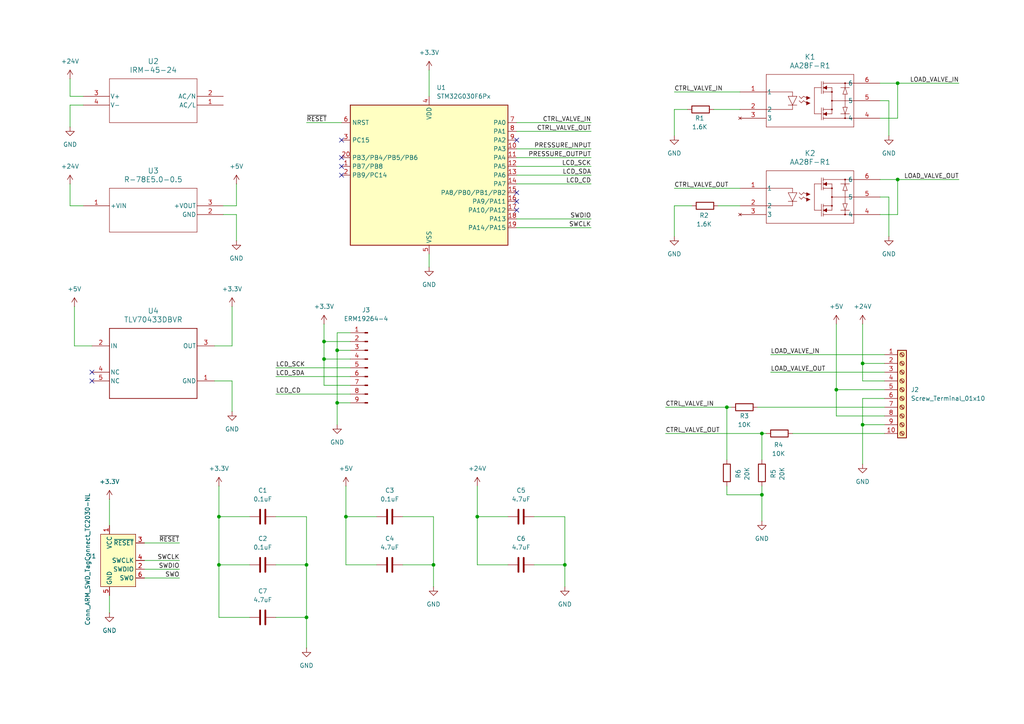
<source format=kicad_sch>
(kicad_sch (version 20250114) (generator "eeschema") (generator_version "9.0")
  (paper "A4")
  (lib_symbols
    (symbol "Connector:Conn_01x09_Pin" (pin_names (offset 1.016) (hide yes))
      (property "Reference" "J" (at 0 12.7 0))
      (property "Value" "Conn_01x09_Pin" (at 0 -12.7 0))
      (symbol "Conn_01x09_Pin_1_1"
        (rectangle (start 0.8636 10.287) (end 0 10.033) (stroke (width 0.1524)) (fill (type outline)))
        (rectangle (start 0.8636 7.747) (end 0 7.493) (stroke (width 0.1524)) (fill (type outline)))
        (rectangle (start 0.8636 5.207) (end 0 4.953) (stroke (width 0.1524)) (fill (type outline)))
        (rectangle (start 0.8636 2.667) (end 0 2.413) (stroke (width 0.1524)) (fill (type outline)))
        (rectangle (start 0.8636 0.127) (end 0 -0.127) (stroke (width 0.1524)) (fill (type outline)))
        (rectangle (start 0.8636 -2.413) (end 0 -2.667) (stroke (width 0.1524)) (fill (type outline)))
        (rectangle (start 0.8636 -4.953) (end 0 -5.207) (stroke (width 0.1524)) (fill (type outline)))
        (rectangle (start 0.8636 -7.493) (end 0 -7.747) (stroke (width 0.1524)) (fill (type outline)))
        (rectangle (start 0.8636 -10.033) (end 0 -10.287) (stroke (width 0.1524)) (fill (type outline)))
        (polyline (pts (xy 1.27 10.16) (xy 0.8636 10.16)) (stroke (width 0.1524)))
        (polyline (pts (xy 1.27 7.62) (xy 0.8636 7.62)) (stroke (width 0.1524)))
        (polyline (pts (xy 1.27 5.08) (xy 0.8636 5.08)) (stroke (width 0.1524)))
        (polyline (pts (xy 1.27 2.54) (xy 0.8636 2.54)) (stroke (width 0.1524)))
        (polyline (pts (xy 1.27 0) (xy 0.8636 0)) (stroke (width 0.1524)))
        (polyline (pts (xy 1.27 -2.54) (xy 0.8636 -2.54)) (stroke (width 0.1524)))
        (polyline (pts (xy 1.27 -5.08) (xy 0.8636 -5.08)) (stroke (width 0.1524)))
        (polyline (pts (xy 1.27 -7.62) (xy 0.8636 -7.62)) (stroke (width 0.1524)))
        (polyline (pts (xy 1.27 -10.16) (xy 0.8636 -10.16)) (stroke (width 0.1524)))
        (pin passive line (at 5.08 10.16 180) (length 3.81) (name "Pin_1") (number "1"))
        (pin passive line (at 5.08 7.62 180) (length 3.81) (name "Pin_2") (number "2"))
        (pin passive line (at 5.08 5.08 180) (length 3.81) (name "Pin_3") (number "3"))
        (pin passive line (at 5.08 2.54 180) (length 3.81) (name "Pin_4") (number "4"))
        (pin passive line (at 5.08 0 180) (length 3.81) (name "Pin_5") (number "5"))
        (pin passive line (at 5.08 -2.54 180) (length 3.81) (name "Pin_6") (number "6"))
        (pin passive line (at 5.08 -5.08 180) (length 3.81) (name "Pin_7") (number "7"))
        (pin passive line (at 5.08 -7.62 180) (length 3.81) (name "Pin_8") (number "8"))
        (pin passive line (at 5.08 -10.16 180) (length 3.81) (name "Pin_9") (number "9"))
      )
    )
    (symbol "Connector:Conn_ARM_SWD_TagConnect_TC2030-NL" (in_bom no)
      (property "Reference" "J" (at 2.54 11.43 0))
      (property "Value" "Conn_ARM_SWD_TagConnect_TC2030-NL" (at 2.54 8.89 0))
      (symbol "Conn_ARM_SWD_TagConnect_TC2030-NL_0_0"
        (pin power_in line (at -2.54 10.16 270) (length 2.54) (name "VCC") (number "1"))
        (pin power_in line (at -2.54 -10.16 90) (length 2.54) (name "GND") (number "5"))
        (pin open_collector line (at 7.62 5.08 180) (length 2.54) (name "~{RESET}") (number "3"))
        (pin output line (at 7.62 0 180) (length 2.54) (name "SWCLK") (number "4"))
        (pin bidirectional line (at 7.62 -2.54 180) (length 2.54) (name "SWDIO") (number "2"))
        (pin input line (at 7.62 -5.08 180) (length 2.54) (name "SWO") (number "6"))
      )
      (symbol "Conn_ARM_SWD_TagConnect_TC2030-NL_0_1"
        (rectangle (start -5.08 7.62) (end 5.08 -7.62) (fill (type background)))
      )
    )
    (symbol "Connector:Screw_Terminal_01x10" (pin_names (offset 1.016) (hide yes))
      (property "Reference" "J" (at 0 12.7 0))
      (property "Value" "Screw_Terminal_01x10" (at 0 -15.24 0))
      (symbol "Screw_Terminal_01x10_1_1"
        (rectangle (start -1.27 11.43) (end 1.27 -13.97) (stroke (width 0.254)) (fill (type background)))
        (polyline (pts (xy -0.5334 10.4902) (xy 0.3302 9.652)) (stroke (width 0.1524)))
        (polyline (pts (xy -0.5334 7.9502) (xy 0.3302 7.112)) (stroke (width 0.1524)))
        (polyline (pts (xy -0.5334 5.4102) (xy 0.3302 4.572)) (stroke (width 0.1524)))
        (polyline (pts (xy -0.5334 2.8702) (xy 0.3302 2.032)) (stroke (width 0.1524)))
        (polyline (pts (xy -0.5334 0.3302) (xy 0.3302 -0.508)) (stroke (width 0.1524)))
        (polyline (pts (xy -0.5334 -2.2098) (xy 0.3302 -3.048)) (stroke (width 0.1524)))
        (polyline (pts (xy -0.5334 -4.7498) (xy 0.3302 -5.588)) (stroke (width 0.1524)))
        (polyline (pts (xy -0.5334 -7.2898) (xy 0.3302 -8.128)) (stroke (width 0.1524)))
        (polyline (pts (xy -0.5334 -9.8298) (xy 0.3302 -10.668)) (stroke (width 0.1524)))
        (polyline (pts (xy -0.5334 -12.3698) (xy 0.3302 -13.208)) (stroke (width 0.1524)))
        (polyline (pts (xy -0.3556 10.668) (xy 0.508 9.8298)) (stroke (width 0.1524)))
        (polyline (pts (xy -0.3556 8.128) (xy 0.508 7.2898)) (stroke (width 0.1524)))
        (polyline (pts (xy -0.3556 5.588) (xy 0.508 4.7498)) (stroke (width 0.1524)))
        (polyline (pts (xy -0.3556 3.048) (xy 0.508 2.2098)) (stroke (width 0.1524)))
        (polyline (pts (xy -0.3556 0.508) (xy 0.508 -0.3302)) (stroke (width 0.1524)))
        (polyline (pts (xy -0.3556 -2.032) (xy 0.508 -2.8702)) (stroke (width 0.1524)))
        (polyline (pts (xy -0.3556 -4.572) (xy 0.508 -5.4102)) (stroke (width 0.1524)))
        (polyline (pts (xy -0.3556 -7.112) (xy 0.508 -7.9502)) (stroke (width 0.1524)))
        (polyline (pts (xy -0.3556 -9.652) (xy 0.508 -10.4902)) (stroke (width 0.1524)))
        (polyline (pts (xy -0.3556 -12.192) (xy 0.508 -13.0302)) (stroke (width 0.1524)))
        (circle (center 0 10.16) (radius 0.635) (stroke (width 0.1524)))
        (circle (center 0 7.62) (radius 0.635) (stroke (width 0.1524)))
        (circle (center 0 5.08) (radius 0.635) (stroke (width 0.1524)))
        (circle (center 0 2.54) (radius 0.635) (stroke (width 0.1524)))
        (circle (center 0 0) (radius 0.635) (stroke (width 0.1524)))
        (circle (center 0 -2.54) (radius 0.635) (stroke (width 0.1524)))
        (circle (center 0 -5.08) (radius 0.635) (stroke (width 0.1524)))
        (circle (center 0 -7.62) (radius 0.635) (stroke (width 0.1524)))
        (circle (center 0 -10.16) (radius 0.635) (stroke (width 0.1524)))
        (circle (center 0 -12.7) (radius 0.635) (stroke (width 0.1524)))
        (pin passive line (at -5.08 10.16 0) (length 3.81) (name "Pin_1") (number "1"))
        (pin passive line (at -5.08 7.62 0) (length 3.81) (name "Pin_2") (number "2"))
        (pin passive line (at -5.08 5.08 0) (length 3.81) (name "Pin_3") (number "3"))
        (pin passive line (at -5.08 2.54 0) (length 3.81) (name "Pin_4") (number "4"))
        (pin passive line (at -5.08 0 0) (length 3.81) (name "Pin_5") (number "5"))
        (pin passive line (at -5.08 -2.54 0) (length 3.81) (name "Pin_6") (number "6"))
        (pin passive line (at -5.08 -5.08 0) (length 3.81) (name "Pin_7") (number "7"))
        (pin passive line (at -5.08 -7.62 0) (length 3.81) (name "Pin_8") (number "8"))
        (pin passive line (at -5.08 -10.16 0) (length 3.81) (name "Pin_9") (number "9"))
        (pin passive line (at -5.08 -12.7 0) (length 3.81) (name "Pin_10") (number "10"))
      )
    )
    (symbol "Device:C" (pin_numbers (hide yes)) (pin_names (offset 0.254))
      (property "Reference" "C" (at 0.635 2.54 0))
      (property "Value" "C" (at 0.635 -2.54 0))
      (symbol "C_0_1"
        (polyline (pts (xy -2.032 0.762) (xy 2.032 0.762)) (stroke (width 0.508)))
        (polyline (pts (xy -2.032 -0.762) (xy 2.032 -0.762)) (stroke (width 0.508)))
      )
      (symbol "C_1_1"
        (pin passive line (at 0 3.81 270) (length 2.794) (name "~") (number "1"))
        (pin passive line (at 0 -3.81 90) (length 2.794) (name "~") (number "2"))
      )
    )
    (symbol "Device:R" (pin_numbers (hide yes)) (pin_names (offset 0))
      (property "Reference" "R" (at 2.032 0 90))
      (property "Value" "R" (at 0 0 90))
      (symbol "R_0_1"
        (rectangle (start -1.016 -2.54) (end 1.016 2.54) (stroke (width 0.254)))
      )
      (symbol "R_1_1"
        (pin passive line (at 0 3.81 270) (length 1.27) (name "~") (number "1"))
        (pin passive line (at 0 -3.81 90) (length 1.27) (name "~") (number "2"))
      )
    )
    (symbol "MCU_ST_STM32G0:STM32G030F6Px"
      (property "Reference" "U" (at -22.86 21.59 0))
      (property "Value" "STM32G030F6Px" (at 2.54 21.59 0))
      (symbol "STM32G030F6Px_0_1"
        (rectangle (start -22.86 -20.32) (end 22.86 20.32) (stroke (width 0.254)) (fill (type background)))
      )
      (symbol "STM32G030F6Px_1_1"
        (pin input line (at -25.4 15.24 0) (length 2.54) (name "NRST") (number "6"))
        (pin bidirectional line (at -25.4 10.16 0) (length 2.54) (name "PC15") (number "3"))
        (pin bidirectional line (at -25.4 5.08 0) (length 2.54) (name "PB3/PB4/PB5/PB6") (number "20"))
        (pin bidirectional line (at -25.4 2.54 0) (length 2.54) (name "PB7/PB8") (number "1"))
        (pin bidirectional line (at -25.4 0 0) (length 2.54) (name "PB9/PC14") (number "2"))
        (pin power_in line (at 0 22.86 270) (length 2.54) (name "VDD") (number "4"))
        (pin power_in line (at 0 -22.86 90) (length 2.54) (name "VSS") (number "5"))
        (pin bidirectional line (at 25.4 15.24 180) (length 2.54) (name "PA0") (number "7"))
        (pin bidirectional line (at 25.4 12.7 180) (length 2.54) (name "PA1") (number "8"))
        (pin bidirectional line (at 25.4 10.16 180) (length 2.54) (name "PA2") (number "9"))
        (pin bidirectional line (at 25.4 7.62 180) (length 2.54) (name "PA3") (number "10"))
        (pin bidirectional line (at 25.4 5.08 180) (length 2.54) (name "PA4") (number "11"))
        (pin bidirectional line (at 25.4 2.54 180) (length 2.54) (name "PA5") (number "12"))
        (pin bidirectional line (at 25.4 0 180) (length 2.54) (name "PA6") (number "13"))
        (pin bidirectional line (at 25.4 -2.54 180) (length 2.54) (name "PA7") (number "14"))
        (pin bidirectional line (at 25.4 -5.08 180) (length 2.54) (name "PA8/PB0/PB1/PB2") (number "15"))
        (pin bidirectional line (at 25.4 -7.62 180) (length 2.54) (name "PA9/PA11") (number "16"))
        (pin bidirectional line (at 25.4 -10.16 180) (length 2.54) (name "PA10/PA12") (number "17"))
        (pin bidirectional line (at 25.4 -12.7 180) (length 2.54) (name "PA13") (number "18"))
        (pin bidirectional line (at 25.4 -15.24 180) (length 2.54) (name "PA14/PA15") (number "19"))
      )
    )
    (symbol "NitrogenGenerator:AA28F-R1" (pin_names (offset 0.254))
      (property "Reference" "K" (at 20.32 10.16 0))
      (property "Value" "AA28F-R1" (at 20.32 7.62 0))
      (symbol "AA28F-R1_0_1"
        (polyline (pts (xy 7.62 5.08) (xy 7.62 -10.16)) (stroke (width 0.127)))
        (polyline (pts (xy 7.62 0) (xy 15.24 0)) (stroke (width 0.127)))
        (polyline (pts (xy 7.62 -5.08) (xy 15.24 -5.08)) (stroke (width 0.127)))
        (polyline (pts (xy 7.62 -10.16) (xy 33.02 -10.16)) (stroke (width 0.127)))
        (polyline (pts (xy 13.97 -1.27) (xy 16.51 -1.27)) (stroke (width 0.127)))
        (polyline (pts (xy 13.97 -3.81) (xy 16.51 -3.81)) (stroke (width 0.127)))
        (polyline (pts (xy 15.24 -1.27) (xy 15.24 0)) (stroke (width 0.127)))
        (polyline (pts (xy 15.24 -3.81) (xy 13.97 -1.27)) (stroke (width 0.127)))
        (polyline (pts (xy 15.24 -3.81) (xy 15.24 -5.08)) (stroke (width 0.127)))
        (polyline (pts (xy 16.51 -1.27) (xy 15.24 -3.81)) (stroke (width 0.127)))
        (polyline (pts (xy 17.78 -1.905) (xy 17.145 -1.27)) (stroke (width 0.127)))
        (polyline (pts (xy 17.78 -3.175) (xy 17.145 -2.54)) (stroke (width 0.127)))
        (polyline (pts (xy 18.415 -1.27) (xy 17.78 -1.905)) (stroke (width 0.127)))
        (polyline (pts (xy 18.415 -1.27) (xy 19.558 -1.778)) (stroke (width 0.127)))
        (polyline (pts (xy 18.415 -2.54) (xy 17.78 -3.175)) (stroke (width 0.127)))
        (polyline (pts (xy 18.415 -2.54) (xy 19.558 -3.302)) (stroke (width 0.127)))
        (polyline (pts (xy 20.32 -1.778) (xy 19.304 -1.27) (xy 19.304 -2.286)) (fill (type outline)))
        (polyline (pts (xy 20.32 -3.302) (xy 19.304 -2.794) (xy 19.304 -3.81)) (fill (type outline)))
        (polyline (pts (xy 21.59 1.27) (xy 21.59 -6.35)) (stroke (width 0.127)))
        (polyline (pts (xy 21.59 1.27) (xy 23.622 1.27)) (stroke (width 0.127)))
        (polyline (pts (xy 21.59 -6.35) (xy 23.622 -6.35)) (stroke (width 0.127)))
        (polyline (pts (xy 23.622 3.048) (xy 23.622 -0.508)) (stroke (width 0.127)))
        (polyline (pts (xy 23.622 -4.572) (xy 23.622 -8.128)) (stroke (width 0.127)))
        (polyline (pts (xy 24.13 3.048) (xy 24.13 2.032)) (stroke (width 0.127)))
        (polyline (pts (xy 24.13 2.54) (xy 33.02 2.54)) (stroke (width 0.127)))
        (polyline (pts (xy 24.13 1.778) (xy 24.13 0.762)) (stroke (width 0.127)))
        (polyline (pts (xy 24.13 1.27) (xy 25.146 0.762) (xy 25.146 1.778)) (fill (type outline)))
        (polyline (pts (xy 24.13 0.508) (xy 24.13 -0.508)) (stroke (width 0.127)))
        (polyline (pts (xy 24.13 0) (xy 26.67 0)) (stroke (width 0.127)))
        (polyline (pts (xy 24.13 -4.572) (xy 24.13 -5.588)) (stroke (width 0.127)))
        (polyline (pts (xy 24.13 -5.08) (xy 26.67 -5.08)) (stroke (width 0.127)))
        (polyline (pts (xy 24.13 -5.842) (xy 24.13 -6.858)) (stroke (width 0.127)))
        (polyline (pts (xy 24.13 -6.35) (xy 25.146 -6.858) (xy 25.146 -5.842)) (fill (type outline)))
        (polyline (pts (xy 24.13 -7.112) (xy 24.13 -8.128)) (stroke (width 0.127)))
        (polyline (pts (xy 24.638 1.27) (xy 26.67 1.27)) (stroke (width 0.127)))
        (polyline (pts (xy 26.67 1.27) (xy 26.67 -6.35)) (stroke (width 0.127)))
        (circle (center 26.67 0) (radius 0.127) (stroke (width 0.254)))
        (polyline (pts (xy 26.67 -2.54) (xy 33.02 -2.54)) (stroke (width 0.127)))
        (circle (center 26.67 -2.54) (radius 0.127) (stroke (width 0.254)))
        (circle (center 26.67 -5.08) (radius 0.127) (stroke (width 0.254)))
        (polyline (pts (xy 26.67 -6.35) (xy 24.384 -6.35)) (stroke (width 0.127)))
        (polyline (pts (xy 29.21 1.27) (xy 31.75 1.27)) (stroke (width 0.127)))
        (polyline (pts (xy 29.21 -6.35) (xy 31.75 -6.35)) (stroke (width 0.127)))
        (polyline (pts (xy 30.48 2.54) (xy 30.48 1.27)) (stroke (width 0.127)))
        (circle (center 30.48 2.54) (radius 0.127) (stroke (width 0.254)))
        (polyline (pts (xy 30.48 1.27) (xy 29.845 -0.635)) (stroke (width 0.127)))
        (polyline (pts (xy 30.48 1.27) (xy 31.115 -0.635)) (stroke (width 0.127)))
        (polyline (pts (xy 30.48 -0.635) (xy 30.48 -2.54)) (stroke (width 0.127)))
        (polyline (pts (xy 30.48 -4.445) (xy 30.48 -2.54)) (stroke (width 0.127)))
        (polyline (pts (xy 30.48 -6.35) (xy 29.845 -4.445)) (stroke (width 0.127)))
        (polyline (pts (xy 30.48 -6.35) (xy 31.115 -4.445)) (stroke (width 0.127)))
        (polyline (pts (xy 30.48 -7.62) (xy 30.48 -6.35)) (stroke (width 0.127)))
        (circle (center 30.48 -7.62) (radius 0.127) (stroke (width 0.254)))
        (polyline (pts (xy 31.115 -0.635) (xy 29.845 -0.635)) (stroke (width 0.127)))
        (polyline (pts (xy 31.115 -4.445) (xy 29.845 -4.445)) (stroke (width 0.127)))
        (polyline (pts (xy 33.02 5.08) (xy 7.62 5.08)) (stroke (width 0.127)))
        (polyline (pts (xy 33.02 -7.62) (xy 24.13 -7.62)) (stroke (width 0.127)))
        (polyline (pts (xy 33.02 -10.16) (xy 33.02 5.08)) (stroke (width 0.127)))
        (pin unspecified line (at 0 0 0) (length 7.62) (name "1") (number "1"))
        (pin unspecified line (at 0 -5.08 0) (length 7.62) (name "2") (number "2"))
        (pin no_connect line (at 0 -7.62 0) (length 7.62) (name "3") (number "3"))
        (pin unspecified line (at 40.64 2.54 180) (length 7.62) (name "6") (number "6"))
        (pin unspecified line (at 40.64 -2.54 180) (length 7.62) (name "5") (number "5"))
        (pin unspecified line (at 40.64 -7.62 180) (length 7.62) (name "4") (number "4"))
      )
    )
    (symbol "NitrogenGenerator:IRM-45-12" (pin_names (offset 0.254))
      (property "Reference" "U" (at 20.32 10.16 0))
      (property "Value" "IRM-45-24" (at 20.32 7.62 0))
      (symbol "IRM-45-12_0_1"
        (polyline (pts (xy 7.62 5.08) (xy 7.62 -7.62)) (stroke (width 0.127)))
        (polyline (pts (xy 7.62 -7.62) (xy 33.02 -7.62)) (stroke (width 0.127)))
        (polyline (pts (xy 33.02 5.08) (xy 7.62 5.08)) (stroke (width 0.127)))
        (polyline (pts (xy 33.02 -7.62) (xy 33.02 5.08)) (stroke (width 0.127)))
        (pin unspecified line (at 0 0 0) (length 7.62) (name "AC/L") (number "1"))
        (pin unspecified line (at 0 -2.54 0) (length 7.62) (name "AC/N") (number "2"))
        (pin power_in line (at 40.64 0 180) (length 7.62) (name "V-") (number "4"))
        (pin power_in line (at 40.64 -2.54 180) (length 7.62) (name "V+") (number "3"))
      )
    )
    (symbol "NitrogenGenerator:R-78E5.0-0.5" (pin_names (offset 0.254))
      (property "Reference" "U" (at 20.32 10.16 0))
      (property "Value" "R-78E5.0-0.5" (at 20.32 7.62 0))
      (symbol "R-78E5.0-0.5_0_1"
        (polyline (pts (xy 7.62 5.08) (xy 7.62 -7.62)) (stroke (width 0.127)))
        (polyline (pts (xy 7.62 -7.62) (xy 33.02 -7.62)) (stroke (width 0.127)))
        (polyline (pts (xy 33.02 5.08) (xy 7.62 5.08)) (stroke (width 0.127)))
        (polyline (pts (xy 33.02 -7.62) (xy 33.02 5.08)) (stroke (width 0.127)))
        (pin power_in line (at 0 0 0) (length 7.62) (name "+VIN") (number "1"))
        (pin power_in line (at 40.64 0 180) (length 7.62) (name "+VOUT") (number "3"))
        (pin power_out line (at 40.64 -2.54 180) (length 7.62) (name "GND") (number "2"))
      )
    )
    (symbol "NitrogenGenerator:TLV70433DBVR" (pin_names (offset 0.254))
      (property "Reference" "U" (at 0 2.54 0))
      (property "Value" "TLV70433DBVR" (at 0 0 0))
      (symbol "TLV70433DBVR_0_1"
        (polyline (pts (xy -12.7 10.16) (xy -12.7 -10.16)) (stroke (width 0.2032)))
        (polyline (pts (xy -12.7 -10.16) (xy 12.7 -10.16)) (stroke (width 0.2032)))
        (polyline (pts (xy 12.7 10.16) (xy -12.7 10.16)) (stroke (width 0.2032)))
        (polyline (pts (xy 12.7 -10.16) (xy 12.7 10.16)) (stroke (width 0.2032)))
        (pin power_in line (at -17.78 5.08 0) (length 5.08) (name "IN") (number "2"))
        (pin unspecified line (at -17.78 -2.54 0) (length 5.08) (name "NC") (number "4"))
        (pin unspecified line (at -17.78 -5.08 0) (length 5.08) (name "NC") (number "5"))
        (pin power_in line (at 17.78 5.08 180) (length 5.08) (name "OUT") (number "3"))
        (pin power_in line (at 17.78 -5.08 180) (length 5.08) (name "GND") (number "1"))
      )
    )
    (symbol "power:+24V" (power) (pin_numbers (hide yes)) (pin_names (offset 0) (hide yes))
      (property "Value" "+24V" (at 0 3.556 0))
      (symbol "+24V_0_1"
        (polyline (pts (xy -0.762 1.27) (xy 0 2.54)))
        (polyline (pts (xy 0 2.54) (xy 0.762 1.27)))
        (polyline (pts (xy 0 0) (xy 0 2.54)))
      )
      (symbol "+24V_1_1"
        (pin power_in line (at 0 0 90) (length 0) (name "~") (number "1"))
      )
    )
    (symbol "power:+3.3V" (power) (pin_numbers (hide yes)) (pin_names (offset 0) (hide yes))
      (property "Value" "+3.3V" (at 0 3.556 0))
      (symbol "+3.3V_0_1"
        (polyline (pts (xy -0.762 1.27) (xy 0 2.54)))
        (polyline (pts (xy 0 2.54) (xy 0.762 1.27)))
        (polyline (pts (xy 0 0) (xy 0 2.54)))
      )
      (symbol "+3.3V_1_1"
        (pin power_in line (at 0 0 90) (length 0) (name "~") (number "1"))
      )
    )
    (symbol "power:+5V" (power) (pin_numbers (hide yes)) (pin_names (offset 0) (hide yes))
      (property "Value" "+5V" (at 0 3.556 0))
      (symbol "+5V_0_1"
        (polyline (pts (xy -0.762 1.27) (xy 0 2.54)))
        (polyline (pts (xy 0 2.54) (xy 0.762 1.27)))
        (polyline (pts (xy 0 0) (xy 0 2.54)))
      )
      (symbol "+5V_1_1"
        (pin power_in line (at 0 0 90) (length 0) (name "~") (number "1"))
      )
    )
    (symbol "power:GND" (power) (pin_numbers (hide yes)) (pin_names (offset 0) (hide yes))
      (property "Value" "GND" (at 0 -3.81 0))
      (symbol "GND_0_1"
        (polyline (pts (xy 0 0) (xy 0 -1.27) (xy 1.27 -1.27) (xy 0 -2.54) (xy -1.27 -1.27) (xy 0 -1.27)))
      )
      (symbol "GND_1_1"
        (pin power_in line (at 0 0 270) (length 0) (name "~") (number "1"))
      )
    )
  )
  (junction (at 88.9 179.07))
  (junction (at 93.98 104.14))
  (junction (at 63.5 163.83))
  (junction (at 100.33 149.86))
  (junction (at 220.98 143.51))
  (junction (at 97.79 101.6))
  (junction (at 63.5 149.86))
  (junction (at 97.79 116.84))
  (junction (at 93.98 99.06))
  (junction (at 88.9 163.83))
  (junction (at 210.82 118.11))
  (junction (at 250.19 123.19))
  (junction (at 125.73 163.83))
  (junction (at 242.57 113.03))
  (junction (at 163.83 163.83))
  (junction (at 260.35 52.07))
  (junction (at 260.35 24.13))
  (junction (at 250.19 105.41))
  (junction (at 220.98 125.73))
  (junction (at 138.43 149.86))
  (no_connect (at 149.86 58.42))
  (no_connect (at 99.06 45.72))
  (no_connect (at 26.67 107.95))
  (no_connect (at 149.86 40.64))
  (no_connect (at 99.06 50.8))
  (no_connect (at 99.06 40.64))
  (no_connect (at 149.86 55.88))
  (no_connect (at 99.06 48.26))
  (no_connect (at 26.67 110.49))
  (no_connect (at 149.86 60.96))
  (wire (pts (xy 88.9 149.86) (xy 88.9 163.83)))
  (wire (pts (xy 41.91 167.64) (xy 52.07 167.64)))
  (wire (pts (xy 149.86 66.04) (xy 171.45 66.04)))
  (wire (pts (xy 220.98 143.51) (xy 220.98 151.13)))
  (wire (pts (xy 138.43 149.86) (xy 147.32 149.86)))
  (wire (pts (xy 88.9 35.56) (xy 99.06 35.56)))
  (wire (pts (xy 260.35 34.29) (xy 260.35 24.13)))
  (wire (pts (xy 256.54 120.65) (xy 242.57 120.65)))
  (wire (pts (xy 147.32 163.83) (xy 138.43 163.83)))
  (wire (pts (xy 163.83 149.86) (xy 163.83 163.83)))
  (wire (pts (xy 260.35 24.13) (xy 278.13 24.13)))
  (wire (pts (xy 63.5 149.86) (xy 72.39 149.86)))
  (wire (pts (xy 21.59 88.9) (xy 21.59 100.33)))
  (wire (pts (xy 149.86 63.5) (xy 171.45 63.5)))
  (wire (pts (xy 24.13 59.69) (xy 20.32 59.69)))
  (wire (pts (xy 88.9 163.83) (xy 88.9 179.07)))
  (wire (pts (xy 208.28 59.69) (xy 214.63 59.69)))
  (wire (pts (xy 255.27 62.23) (xy 260.35 62.23)))
  (wire (pts (xy 256.54 125.73) (xy 229.87 125.73)))
  (wire (pts (xy 88.9 179.07) (xy 88.9 187.96)))
  (wire (pts (xy 149.86 53.34) (xy 171.45 53.34)))
  (wire (pts (xy 63.5 163.83) (xy 63.5 149.86)))
  (wire (pts (xy 255.27 57.15) (xy 257.81 57.15)))
  (wire (pts (xy 256.54 115.57) (xy 250.19 115.57)))
  (wire (pts (xy 68.58 62.23) (xy 68.58 69.85)))
  (wire (pts (xy 93.98 99.06) (xy 101.6 99.06)))
  (wire (pts (xy 210.82 140.97) (xy 210.82 143.51)))
  (wire (pts (xy 242.57 120.65) (xy 242.57 113.03)))
  (wire (pts (xy 149.86 38.1) (xy 171.45 38.1)))
  (wire (pts (xy 256.54 105.41) (xy 250.19 105.41)))
  (wire (pts (xy 250.19 93.98) (xy 250.19 105.41)))
  (wire (pts (xy 138.43 163.83) (xy 138.43 149.86)))
  (wire (pts (xy 64.77 62.23) (xy 68.58 62.23)))
  (wire (pts (xy 149.86 50.8) (xy 171.45 50.8)))
  (wire (pts (xy 193.04 125.73) (xy 220.98 125.73)))
  (wire (pts (xy 62.23 110.49) (xy 67.31 110.49)))
  (wire (pts (xy 199.39 31.75) (xy 195.58 31.75)))
  (wire (pts (xy 125.73 149.86) (xy 125.73 163.83)))
  (wire (pts (xy 193.04 118.11) (xy 210.82 118.11)))
  (wire (pts (xy 24.13 27.94) (xy 20.32 27.94)))
  (wire (pts (xy 26.67 100.33) (xy 21.59 100.33)))
  (wire (pts (xy 154.94 149.86) (xy 163.83 149.86)))
  (wire (pts (xy 20.32 22.86) (xy 20.32 27.94)))
  (wire (pts (xy 20.32 53.34) (xy 20.32 59.69)))
  (wire (pts (xy 67.31 88.9) (xy 67.31 100.33)))
  (wire (pts (xy 101.6 104.14) (xy 93.98 104.14)))
  (wire (pts (xy 222.25 125.73) (xy 220.98 125.73)))
  (wire (pts (xy 200.66 59.69) (xy 195.58 59.69)))
  (wire (pts (xy 101.6 101.6) (xy 97.79 101.6)))
  (wire (pts (xy 97.79 116.84) (xy 101.6 116.84)))
  (wire (pts (xy 250.19 123.19) (xy 250.19 134.62)))
  (wire (pts (xy 62.23 100.33) (xy 67.31 100.33)))
  (wire (pts (xy 125.73 163.83) (xy 125.73 170.18)))
  (wire (pts (xy 80.01 114.3) (xy 101.6 114.3)))
  (wire (pts (xy 257.81 57.15) (xy 257.81 68.58)))
  (wire (pts (xy 260.35 52.07) (xy 278.13 52.07)))
  (wire (pts (xy 80.01 109.22) (xy 101.6 109.22)))
  (wire (pts (xy 93.98 111.76) (xy 93.98 104.14)))
  (wire (pts (xy 256.54 113.03) (xy 242.57 113.03)))
  (wire (pts (xy 255.27 24.13) (xy 260.35 24.13)))
  (wire (pts (xy 149.86 45.72) (xy 171.45 45.72)))
  (wire (pts (xy 80.01 179.07) (xy 88.9 179.07)))
  (wire (pts (xy 100.33 140.97) (xy 100.33 149.86)))
  (wire (pts (xy 260.35 62.23) (xy 260.35 52.07)))
  (wire (pts (xy 72.39 179.07) (xy 63.5 179.07)))
  (wire (pts (xy 93.98 111.76) (xy 101.6 111.76)))
  (wire (pts (xy 97.79 101.6) (xy 97.79 116.84)))
  (wire (pts (xy 31.75 144.78) (xy 31.75 152.4)))
  (wire (pts (xy 223.52 107.95) (xy 256.54 107.95)))
  (wire (pts (xy 100.33 149.86) (xy 109.22 149.86)))
  (wire (pts (xy 255.27 34.29) (xy 260.35 34.29)))
  (wire (pts (xy 256.54 110.49) (xy 250.19 110.49)))
  (wire (pts (xy 116.84 149.86) (xy 125.73 149.86)))
  (wire (pts (xy 220.98 140.97) (xy 220.98 143.51)))
  (wire (pts (xy 163.83 163.83) (xy 163.83 170.18)))
  (wire (pts (xy 41.91 165.1) (xy 52.07 165.1)))
  (wire (pts (xy 210.82 118.11) (xy 210.82 133.35)))
  (wire (pts (xy 24.13 30.48) (xy 20.32 30.48)))
  (wire (pts (xy 255.27 29.21) (xy 257.81 29.21)))
  (wire (pts (xy 210.82 143.51) (xy 220.98 143.51)))
  (wire (pts (xy 138.43 140.97) (xy 138.43 149.86)))
  (wire (pts (xy 109.22 163.83) (xy 100.33 163.83)))
  (wire (pts (xy 124.46 20.32) (xy 124.46 27.94)))
  (wire (pts (xy 223.52 102.87) (xy 256.54 102.87)))
  (wire (pts (xy 195.58 26.67) (xy 214.63 26.67)))
  (wire (pts (xy 116.84 163.83) (xy 125.73 163.83)))
  (wire (pts (xy 242.57 93.98) (xy 242.57 113.03)))
  (wire (pts (xy 64.77 59.69) (xy 68.58 59.69)))
  (wire (pts (xy 41.91 157.48) (xy 52.07 157.48)))
  (wire (pts (xy 63.5 179.07) (xy 63.5 163.83)))
  (wire (pts (xy 63.5 140.97) (xy 63.5 149.86)))
  (wire (pts (xy 41.91 162.56) (xy 52.07 162.56)))
  (wire (pts (xy 97.79 116.84) (xy 97.79 123.19)))
  (wire (pts (xy 255.27 52.07) (xy 260.35 52.07)))
  (wire (pts (xy 31.75 172.72) (xy 31.75 177.8)))
  (wire (pts (xy 68.58 53.34) (xy 68.58 59.69)))
  (wire (pts (xy 257.81 29.21) (xy 257.81 39.37)))
  (wire (pts (xy 250.19 110.49) (xy 250.19 105.41)))
  (wire (pts (xy 63.5 163.83) (xy 72.39 163.83)))
  (wire (pts (xy 149.86 35.56) (xy 171.45 35.56)))
  (wire (pts (xy 250.19 115.57) (xy 250.19 123.19)))
  (wire (pts (xy 149.86 43.18) (xy 171.45 43.18)))
  (wire (pts (xy 124.46 73.66) (xy 124.46 77.47)))
  (wire (pts (xy 80.01 163.83) (xy 88.9 163.83)))
  (wire (pts (xy 101.6 96.52) (xy 97.79 96.52)))
  (wire (pts (xy 195.58 54.61) (xy 214.63 54.61)))
  (wire (pts (xy 80.01 106.68) (xy 101.6 106.68)))
  (wire (pts (xy 80.01 149.86) (xy 88.9 149.86)))
  (wire (pts (xy 93.98 93.98) (xy 93.98 99.06)))
  (wire (pts (xy 20.32 30.48) (xy 20.32 36.83)))
  (wire (pts (xy 195.58 31.75) (xy 195.58 39.37)))
  (wire (pts (xy 97.79 96.52) (xy 97.79 101.6)))
  (wire (pts (xy 93.98 99.06) (xy 93.98 104.14)))
  (wire (pts (xy 100.33 163.83) (xy 100.33 149.86)))
  (wire (pts (xy 207.01 31.75) (xy 214.63 31.75)))
  (wire (pts (xy 250.19 123.19) (xy 256.54 123.19)))
  (wire (pts (xy 67.31 110.49) (xy 67.31 119.38)))
  (wire (pts (xy 212.09 118.11) (xy 210.82 118.11)))
  (wire (pts (xy 154.94 163.83) (xy 163.83 163.83)))
  (wire (pts (xy 220.98 125.73) (xy 220.98 133.35)))
  (wire (pts (xy 195.58 59.69) (xy 195.58 68.58)))
  (wire (pts (xy 149.86 48.26) (xy 171.45 48.26)))
  (wire (pts (xy 219.71 118.11) (xy 256.54 118.11)))
  (label "CTRL_VALVE_IN" (at 193.04 118.11 0))
  (label "SWO" (at 52.07 167.64 180))
  (label "LCD_SCK" (at 80.01 106.68 0))
  (label "CTRL_VALVE_OUT" (at 193.04 125.73 0))
  (label "SWDIO" (at 52.07 165.1 180))
  (label "LCD_CD" (at 171.45 53.34 180))
  (label "LCD_SDA" (at 80.01 109.22 0))
  (label "SWCLK" (at 52.07 162.56 180))
  (label "SWDIO" (at 171.45 63.5 180))
  (label "LOAD_VALVE_OUT" (at 223.52 107.95 0))
  (label "SWCLK" (at 171.45 66.04 180))
  (label "LCD_CD" (at 80.01 114.3 0))
  (label "CTRL_VALVE_IN" (at 171.45 35.56 180))
  (label "CTRL_VALVE_OUT" (at 195.58 54.61 0))
  (label "LOAD_VALVE_IN" (at 223.52 102.87 0))
  (label "CTRL_VALVE_OUT" (at 171.45 38.1 180))
  (label "LCD_SDA" (at 171.45 50.8 180))
  (label "LOAD_VALVE_IN" (at 278.13 24.13 180))
  (label "~{RESET}" (at 88.9 35.56 0))
  (label "CTRL_VALVE_IN" (at 195.58 26.67 0))
  (label "PRESSURE_INPUT" (at 171.45 43.18 180))
  (label "PRESSURE_OUTPUT" (at 171.45 45.72 180))
  (label "~{RESET}" (at 52.07 157.48 180))
  (label "LOAD_VALVE_OUT" (at 278.13 52.07 180))
  (label "LCD_SCK" (at 171.45 48.26 180))
  (symbol (lib_id "Device:C") (at 76.2 179.07 90) (unit 1)
    (property "Reference" "C7" (at 76.2 171.45 90))
    (property "Value" "4.7uF" (at 76.2 173.99 90))
    (property "Footprint" "Capacitor_SMD:C_0603_1608Metric" (effects (hide yes)))
    (property "Description" "Unpolarized capacitor" (effects (hide yes)))
  )
  (symbol (lib_id "Connector:Conn_ARM_SWD_TagConnect_TC2030-NL") (at 34.29 162.56 0) (unit 1) (in_bom no)
    (property "Reference" "J1" (at 27.94 161.2899 0) (effects (justify right)))
    (property "Value" "Conn_ARM_SWD_TagConnect_TC2030-NL" (at 25.4 143.002 90) (effects (justify right)))
    (property "Footprint" "Connector:Tag-Connect_TC2030-IDC-NL_2x03_P1.27mm_Vertical" (effects (hide yes)))
    (property "Datasheet" "https://www.tag-connect.com/wp-content/uploads/bsk-pdf-manager/TC2030-CTX_1.pdf" (effects (hide yes)))
    (property "Description" "Tag-Connect ARM Cortex SWD JTAG connector, 6 pin, no legs" (effects (hide yes)))
  )
  (symbol (lib_id "Device:C") (at 113.03 163.83 90) (unit 1)
    (property "Reference" "C4" (at 113.03 156.21 90))
    (property "Value" "4.7uF" (at 113.03 158.75 90))
    (property "Footprint" "Capacitor_SMD:C_0603_1608Metric" (effects (hide yes)))
    (property "Description" "Unpolarized capacitor" (effects (hide yes)))
  )
  (symbol (lib_id "NitrogenGenerator:AA28F-R1") (at 214.63 54.61 0) (unit 1)
    (property "Reference" "K2" (at 234.95 44.45 0) (effects (font (size 1.524 1.524))))
    (property "Value" "AA28F-R1" (at 234.95 46.99 0) (effects (font (size 1.524 1.524))))
    (property "Footprint" "NitrogenGenerator:SMD6_AA28F-R1_BTI" (effects (hide yes)))
    (property "Datasheet" "AA28F-R1" (effects (hide yes)))
  )
  (symbol (lib_id "power:GND") (at 250.19 134.62 0) (unit 1)
    (property "Reference" "#PWR015" (effects (hide yes)))
    (property "Value" "GND" (at 250.19 139.7 0))
    (property "Description" "Power symbol creates a global label with name \"GND\" , ground" (effects (hide yes)))
  )
  (symbol (lib_id "NitrogenGenerator:AA28F-R1") (at 214.63 26.67 0) (unit 1)
    (property "Reference" "K1" (at 234.95 16.51 0) (effects (font (size 1.524 1.524))))
    (property "Value" "AA28F-R1" (at 234.95 19.05 0) (effects (font (size 1.524 1.524))))
    (property "Footprint" "NitrogenGenerator:SMD6_AA28F-R1_BTI" (effects (hide yes)))
    (property "Datasheet" "AA28F-R1" (effects (hide yes)))
  )
  (symbol (lib_id "Device:R") (at 220.98 137.16 180) (unit 1)
    (property "Reference" "R5" (at 224.282 137.414 90))
    (property "Value" "20K" (at 226.822 137.414 90))
    (property "Footprint" "Resistor_SMD:R_0603_1608Metric" (effects (hide yes)))
    (property "Description" "Resistor" (effects (hide yes)))
  )
  (symbol (lib_id "power:+24V") (at 20.32 53.34 0) (unit 1)
    (property "Reference" "#PWR07" (effects (hide yes)))
    (property "Value" "+24V" (at 20.32 48.26 0))
    (property "Description" "Power symbol creates a global label with name \"+24V\"" (effects (hide yes)))
  )
  (symbol (lib_id "Device:R") (at 226.06 125.73 90) (unit 1)
    (property "Reference" "R4" (at 225.806 129.032 90))
    (property "Value" "10K" (at 225.806 131.572 90))
    (property "Footprint" "Resistor_SMD:R_0603_1608Metric" (effects (hide yes)))
    (property "Description" "Resistor" (effects (hide yes)))
  )
  (symbol (lib_id "power:GND") (at 195.58 39.37 0) (unit 1)
    (property "Reference" "#PWR01" (effects (hide yes)))
    (property "Value" "GND" (at 195.58 44.45 0))
    (property "Description" "Power symbol creates a global label with name \"GND\" , ground" (effects (hide yes)))
  )
  (symbol (lib_id "power:GND") (at 195.58 68.58 0) (unit 1)
    (property "Reference" "#PWR02" (effects (hide yes)))
    (property "Value" "GND" (at 195.58 73.66 0))
    (property "Description" "Power symbol creates a global label with name \"GND\" , ground" (effects (hide yes)))
  )
  (symbol (lib_id "Device:C") (at 151.13 163.83 90) (unit 1)
    (property "Reference" "C6" (at 151.13 156.21 90))
    (property "Value" "4.7uF" (at 151.13 158.75 90))
    (property "Footprint" "Capacitor_SMD:C_0603_1608Metric" (effects (hide yes)))
    (property "Description" "Unpolarized capacitor" (effects (hide yes)))
  )
  (symbol (lib_id "power:+24V") (at 20.32 22.86 0) (unit 1)
    (property "Reference" "#PWR06" (effects (hide yes)))
    (property "Value" "+24V" (at 20.32 17.78 0))
    (property "Description" "Power symbol creates a global label with name \"+24V\"" (effects (hide yes)))
  )
  (symbol (lib_id "power:+24V") (at 138.43 140.97 0) (unit 1)
    (property "Reference" "#PWR027" (effects (hide yes)))
    (property "Value" "+24V" (at 138.43 135.89 0))
    (property "Description" "Power symbol creates a global label with name \"+24V\"" (effects (hide yes)))
  )
  (symbol (lib_id "power:GND") (at 125.73 170.18 0) (unit 1)
    (property "Reference" "#PWR026" (effects (hide yes)))
    (property "Value" "GND" (at 125.73 175.26 0))
    (property "Description" "Power symbol creates a global label with name \"GND\" , ground" (effects (hide yes)))
  )
  (symbol (lib_id "MCU_ST_STM32G0:STM32G030F6Px") (at 124.46 50.8 0) (unit 1)
    (property "Reference" "U1" (at 126.6033 25.4 0) (effects (justify left)))
    (property "Value" "STM32G030F6Px" (at 126.6033 27.94 0) (effects (justify left)))
    (property "Footprint" "Package_SO:TSSOP-20_4.4x6.5mm_P0.65mm" (effects (hide yes)))
    (property "Datasheet" "https://www.st.com/resource/en/datasheet/stm32g030f6.pdf" (effects (hide yes)))
    (property "Description" "STMicroelectronics Arm Cortex-M0+ MCU, 32KB flash, 8KB RAM, 64 MHz, 2.0-3.6V, 17 GPIO, TSSOP20" (effects (hide yes)))
  )
  (symbol (lib_id "power:GND") (at 163.83 170.18 0) (unit 1)
    (property "Reference" "#PWR028" (effects (hide yes)))
    (property "Value" "GND" (at 163.83 175.26 0))
    (property "Description" "Power symbol creates a global label with name \"GND\" , ground" (effects (hide yes)))
  )
  (symbol (lib_id "Device:C") (at 113.03 149.86 90) (unit 1)
    (property "Reference" "C3" (at 113.03 142.24 90))
    (property "Value" "0.1uF" (at 113.03 144.78 90))
    (property "Footprint" "Capacitor_SMD:C_0603_1608Metric" (effects (hide yes)))
    (property "Description" "Unpolarized capacitor" (effects (hide yes)))
  )
  (symbol (lib_id "Device:C") (at 76.2 149.86 90) (unit 1)
    (property "Reference" "C1" (at 76.2 142.24 90))
    (property "Value" "0.1uF" (at 76.2 144.78 90))
    (property "Footprint" "Capacitor_SMD:C_0603_1608Metric" (effects (hide yes)))
    (property "Description" "Unpolarized capacitor" (effects (hide yes)))
  )
  (symbol (lib_id "Device:R") (at 203.2 31.75 90) (unit 1)
    (property "Reference" "R1" (at 202.946 34.29 90))
    (property "Value" "1.6K" (at 202.946 36.83 90))
    (property "Footprint" "Resistor_SMD:R_0603_1608Metric" (effects (hide yes)))
    (property "Description" "Resistor" (effects (hide yes)))
  )
  (symbol (lib_id "NitrogenGenerator:TLV70433DBVR") (at 44.45 105.41 0) (unit 1)
    (property "Reference" "U4" (at 44.45 90.17 0) (effects (font (size 1.524 1.524))))
    (property "Value" "TLV70433DBVR" (at 44.45 92.71 0) (effects (font (size 1.524 1.524))))
    (property "Footprint" "NitrogenGenerator:TLV70433DBVR" (effects (hide yes)))
    (property "Datasheet" "TLV70433DBVR" (effects (hide yes)))
  )
  (symbol (lib_id "power:GND") (at 68.58 69.85 0) (unit 1)
    (property "Reference" "#PWR08" (effects (hide yes)))
    (property "Value" "GND" (at 68.58 74.93 0))
    (property "Description" "Power symbol creates a global label with name \"GND\" , ground" (effects (hide yes)))
  )
  (symbol (lib_id "power:+5V") (at 93.98 93.98 0) (unit 1)
    (property "Reference" "#PWR019" (effects (hide yes)))
    (property "Value" "+3.3V" (at 93.98 88.9 0))
    (property "Description" "Power symbol creates a global label with name \"+5V\"" (effects (hide yes)))
  )
  (symbol (lib_id "Connector:Conn_01x09_Pin") (at 106.68 106.68 0) (mirror y) (unit 1)
    (property "Reference" "J3" (at 106.172 89.916 0))
    (property "Value" "ERM19264-4" (at 106.172 92.456 0))
    (property "Footprint" "Display:ERM19264" (effects (hide yes)))
    (property "Description" "Generic connector, single row, 01x09, script generated" (effects (hide yes)))
  )
  (symbol (lib_id "Device:R") (at 204.47 59.69 90) (unit 1)
    (property "Reference" "R2" (at 204.216 62.484 90))
    (property "Value" "1.6K" (at 204.216 65.024 90))
    (property "Footprint" "Resistor_SMD:R_0603_1608Metric" (effects (hide yes)))
    (property "Description" "Resistor" (effects (hide yes)))
  )
  (symbol (lib_id "power:+3.3V") (at 63.5 140.97 0) (unit 1)
    (property "Reference" "#PWR024" (effects (hide yes)))
    (property "Value" "+3.3V" (at 63.5 135.89 0))
    (property "Description" "Power symbol creates a global label with name \"+3.3V\"" (effects (hide yes)))
  )
  (symbol (lib_id "Device:C") (at 76.2 163.83 90) (unit 1)
    (property "Reference" "C2" (at 76.2 156.21 90))
    (property "Value" "0.1uF" (at 76.2 158.75 90))
    (property "Footprint" "Capacitor_SMD:C_0603_1608Metric" (effects (hide yes)))
    (property "Description" "Unpolarized capacitor" (effects (hide yes)))
  )
  (symbol (lib_id "power:GND") (at 20.32 36.83 0) (unit 1)
    (property "Reference" "#PWR05" (effects (hide yes)))
    (property "Value" "GND" (at 20.32 41.91 0))
    (property "Description" "Power symbol creates a global label with name \"GND\" , ground" (effects (hide yes)))
  )
  (symbol (lib_id "power:GND") (at 88.9 187.96 0) (unit 1)
    (property "Reference" "#PWR023" (effects (hide yes)))
    (property "Value" "GND" (at 88.9 193.04 0))
    (property "Description" "Power symbol creates a global label with name \"GND\" , ground" (effects (hide yes)))
  )
  (symbol (lib_id "power:GND") (at 97.79 123.19 0) (unit 1)
    (property "Reference" "#PWR018" (effects (hide yes)))
    (property "Value" "GND" (at 97.79 128.27 0))
    (property "Description" "Power symbol creates a global label with name \"GND\" , ground" (effects (hide yes)))
  )
  (symbol (lib_id "power:+5V") (at 100.33 140.97 0) (unit 1)
    (property "Reference" "#PWR025" (effects (hide yes)))
    (property "Value" "+5V" (at 100.33 135.89 0))
    (property "Description" "Power symbol creates a global label with name \"+5V\"" (effects (hide yes)))
  )
  (symbol (lib_id "Connector:Screw_Terminal_01x10") (at 261.62 113.03 0) (unit 1)
    (property "Reference" "J2" (at 264.16 113.0299 0) (effects (justify left)))
    (property "Value" "Screw_Terminal_01x10" (at 264.16 115.5699 0) (effects (justify left)))
    (property "Footprint" "TerminalBlock_RND:TerminalBlock_RND_205-00284_1x10_P5.00mm_Vertical" (effects (hide yes)))
    (property "Description" "Generic screw terminal, single row, 01x10, script generated (kicad-library-utils/schlib/autogen/connector/)" (effects (hide yes)))
  )
  (symbol (lib_id "Device:R") (at 215.9 118.11 90) (unit 1)
    (property "Reference" "R3" (at 215.9 120.65 90))
    (property "Value" "10K" (at 215.9 123.19 90))
    (property "Footprint" "Resistor_SMD:R_0603_1608Metric" (effects (hide yes)))
    (property "Description" "Resistor" (effects (hide yes)))
  )
  (symbol (lib_id "power:GND") (at 31.75 177.8 0) (unit 1)
    (property "Reference" "#PWR013" (effects (hide yes)))
    (property "Value" "GND" (at 31.75 182.88 0))
    (property "Description" "Power symbol creates a global label with name \"GND\" , ground" (effects (hide yes)))
  )
  (symbol (lib_id "Device:R") (at 210.82 137.16 180) (unit 1)
    (property "Reference" "R6" (at 214.122 137.414 90))
    (property "Value" "20K" (at 216.662 137.414 90))
    (property "Footprint" "Resistor_SMD:R_0603_1608Metric" (effects (hide yes)))
    (property "Description" "Resistor" (effects (hide yes)))
  )
  (symbol (lib_id "power:+24V") (at 250.19 93.98 0) (unit 1)
    (property "Reference" "#PWR014" (effects (hide yes)))
    (property "Value" "+24V" (at 250.19 88.9 0))
    (property "Description" "Power symbol creates a global label with name \"+24V\"" (effects (hide yes)))
  )
  (symbol (lib_id "power:+5V") (at 68.58 53.34 0) (unit 1)
    (property "Reference" "#PWR09" (effects (hide yes)))
    (property "Value" "+5V" (at 68.58 48.26 0))
    (property "Description" "Power symbol creates a global label with name \"+5V\"" (effects (hide yes)))
  )
  (symbol (lib_id "Device:C") (at 151.13 149.86 90) (unit 1)
    (property "Reference" "C5" (at 151.13 142.24 90))
    (property "Value" "4.7uF" (at 151.13 144.78 90))
    (property "Footprint" "Capacitor_SMD:C_0603_1608Metric" (effects (hide yes)))
    (property "Description" "Unpolarized capacitor" (effects (hide yes)))
  )
  (symbol (lib_id "power:+3.3V") (at 31.75 144.78 0) (unit 1)
    (property "Reference" "#PWR012" (effects (hide yes)))
    (property "Value" "+3.3V" (at 31.75 139.7 0))
    (property "Description" "Power symbol creates a global label with name \"+3.3V\"" (effects (hide yes)))
  )
  (symbol (lib_id "power:GND") (at 257.81 68.58 0) (unit 1)
    (property "Reference" "#PWR03" (effects (hide yes)))
    (property "Value" "GND" (at 257.81 73.66 0))
    (property "Description" "Power symbol creates a global label with name \"GND\" , ground" (effects (hide yes)))
  )
  (symbol (lib_id "power:GND") (at 124.46 77.47 0) (unit 1)
    (property "Reference" "#PWR010" (effects (hide yes)))
    (property "Value" "GND" (at 124.46 82.55 0))
    (property "Description" "Power symbol creates a global label with name \"GND\" , ground" (effects (hide yes)))
  )
  (symbol (lib_id "power:GND") (at 220.98 151.13 0) (unit 1)
    (property "Reference" "#PWR017" (effects (hide yes)))
    (property "Value" "GND" (at 220.98 156.21 0))
    (property "Description" "Power symbol creates a global label with name \"GND\" , ground" (effects (hide yes)))
  )
  (symbol (lib_id "power:+3.3V") (at 124.46 20.32 0) (unit 1)
    (property "Reference" "#PWR011" (effects (hide yes)))
    (property "Value" "+3.3V" (at 124.46 15.24 0))
    (property "Description" "Power symbol creates a global label with name \"+3.3V\"" (effects (hide yes)))
  )
  (symbol (lib_id "power:+5V") (at 242.57 93.98 0) (unit 1)
    (property "Reference" "#PWR016" (effects (hide yes)))
    (property "Value" "+5V" (at 242.57 88.9 0))
    (property "Description" "Power symbol creates a global label with name \"+5V\"" (effects (hide yes)))
  )
  (symbol (lib_id "power:GND") (at 67.31 119.38 0) (unit 1)
    (property "Reference" "#PWR022" (effects (hide yes)))
    (property "Value" "GND" (at 67.31 124.46 0))
    (property "Description" "Power symbol creates a global label with name \"GND\" , ground" (effects (hide yes)))
  )
  (symbol (lib_id "power:GND") (at 257.81 39.37 0) (unit 1)
    (property "Reference" "#PWR04" (effects (hide yes)))
    (property "Value" "GND" (at 257.81 44.45 0))
    (property "Description" "Power symbol creates a global label with name \"GND\" , ground" (effects (hide yes)))
  )
  (symbol (lib_id "NitrogenGenerator:IRM-45-12") (at 64.77 30.48 180) (unit 1)
    (property "Reference" "U2" (at 44.45 17.78 0) (effects (font (size 1.524 1.524))))
    (property "Value" "IRM-45-24" (at 44.45 20.32 0) (effects (font (size 1.524 1.524))))
    (property "Footprint" "NitrogenGenerator:IRM-45_MWU" (effects (hide yes)))
    (property "Datasheet" "IRM-45-12" (effects (hide yes)))
  )
  (symbol (lib_id "power:+5V") (at 21.59 88.9 0) (unit 1)
    (property "Reference" "#PWR021" (effects (hide yes)))
    (property "Value" "+5V" (at 21.59 83.82 0))
    (property "Description" "Power symbol creates a global label with name \"+5V\"" (effects (hide yes)))
  )
  (symbol (lib_id "power:+3.3V") (at 67.31 88.9 0) (unit 1)
    (property "Reference" "#PWR020" (effects (hide yes)))
    (property "Value" "+3.3V" (at 67.31 83.82 0))
    (property "Description" "Power symbol creates a global label with name \"+3.3V\"" (effects (hide yes)))
  )
  (symbol (lib_id "NitrogenGenerator:R-78E5.0-0.5") (at 24.13 59.69 0) (unit 1)
    (property "Reference" "U3" (at 44.45 49.53 0) (effects (font (size 1.524 1.524))))
    (property "Value" "R-78E5.0-0.5" (at 44.45 52.07 0) (effects (font (size 1.524 1.524))))
    (property "Footprint" "NitrogenGenerator:R-78E-0.5_RCP" (effects (hide yes)))
    (property "Datasheet" "R-78E5.0-0.5" (effects (hide yes)))
  )
)
</source>
